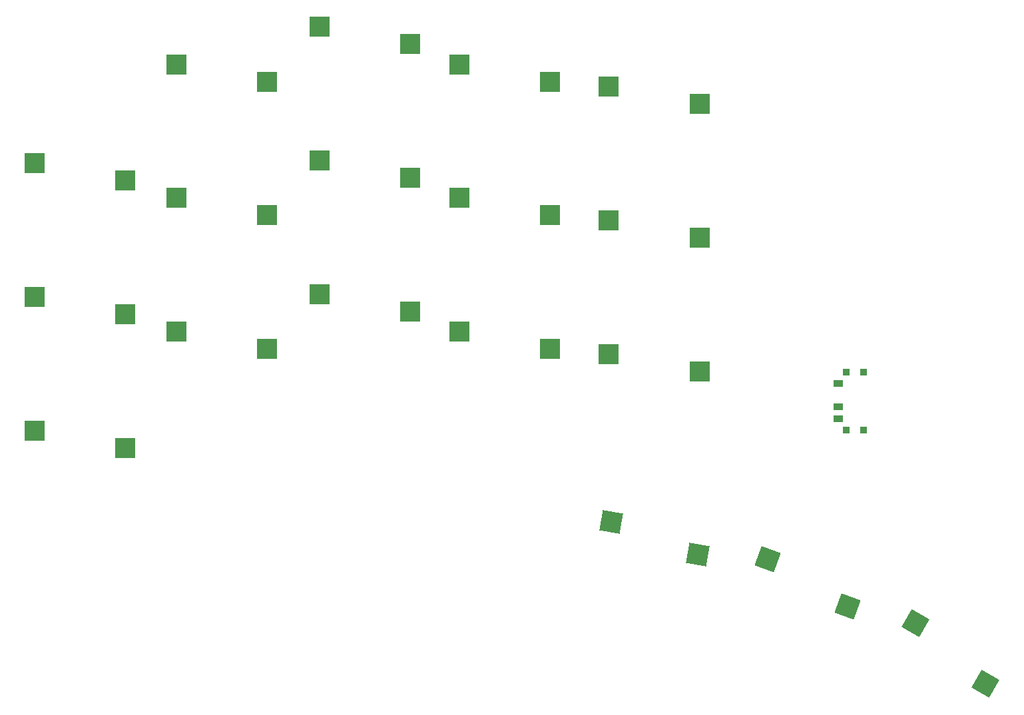
<source format=gbr>
%TF.GenerationSoftware,KiCad,Pcbnew,(6.0.7-1)-1*%
%TF.CreationDate,2022-10-05T14:36:59+03:00*%
%TF.ProjectId,board,626f6172-642e-46b6-9963-61645f706362,v1.0.0*%
%TF.SameCoordinates,Original*%
%TF.FileFunction,Paste,Bot*%
%TF.FilePolarity,Positive*%
%FSLAX46Y46*%
G04 Gerber Fmt 4.6, Leading zero omitted, Abs format (unit mm)*
G04 Created by KiCad (PCBNEW (6.0.7-1)-1) date 2022-10-05 14:36:59*
%MOMM*%
%LPD*%
G01*
G04 APERTURE LIST*
G04 Aperture macros list*
%AMRotRect*
0 Rectangle, with rotation*
0 The origin of the aperture is its center*
0 $1 length*
0 $2 width*
0 $3 Rotation angle, in degrees counterclockwise*
0 Add horizontal line*
21,1,$1,$2,0,0,$3*%
G04 Aperture macros list end*
%ADD10R,2.600000X2.600000*%
%ADD11RotRect,2.600000X2.600000X350.000000*%
%ADD12RotRect,2.600000X2.600000X340.000000*%
%ADD13RotRect,2.600000X2.600000X330.000000*%
%ADD14R,1.250000X0.900000*%
%ADD15R,0.900000X0.900000*%
G04 APERTURE END LIST*
D10*
%TO.C,S1*%
X64725000Y55950000D03*
X76275000Y53750000D03*
%TD*%
%TO.C,S3*%
X64725000Y72950000D03*
X76275000Y70750000D03*
%TD*%
%TO.C,S5*%
X64725000Y89950000D03*
X76275000Y87750000D03*
%TD*%
%TO.C,S7*%
X82725000Y68523000D03*
X94275000Y66323000D03*
%TD*%
%TO.C,S9*%
X82725000Y85523000D03*
X94275000Y83323000D03*
%TD*%
%TO.C,S11*%
X82725000Y102523000D03*
X94275000Y100323000D03*
%TD*%
%TO.C,S13*%
X100925000Y73285500D03*
X112475000Y71085500D03*
%TD*%
%TO.C,S15*%
X100925000Y90285500D03*
X112475000Y88085500D03*
%TD*%
%TO.C,S17*%
X100925000Y107285500D03*
X112475000Y105085500D03*
%TD*%
%TO.C,S19*%
X118725000Y68523000D03*
X130275000Y66323000D03*
%TD*%
%TO.C,S21*%
X118725000Y85523000D03*
X130275000Y83323000D03*
%TD*%
%TO.C,S23*%
X118725000Y102523000D03*
X130275000Y100323000D03*
%TD*%
%TO.C,S25*%
X137725000Y65665500D03*
X149275000Y63465500D03*
%TD*%
%TO.C,S27*%
X137725000Y82665500D03*
X149275000Y80465500D03*
%TD*%
%TO.C,S29*%
X137725000Y99665500D03*
X149275000Y97465500D03*
%TD*%
D11*
%TO.C,S31*%
X138073780Y44326169D03*
X149066284Y40153955D03*
%TD*%
D12*
%TO.C,S33*%
X157975011Y39584659D03*
X168076016Y33567003D03*
%TD*%
D13*
%TO.C,S35*%
X176750542Y31459370D03*
X185653135Y23779114D03*
%TD*%
D14*
%TO.C,T2*%
X166925000Y61965500D03*
X166925000Y58965500D03*
X166925000Y57465500D03*
D15*
X170100000Y56015500D03*
X167900000Y56015500D03*
X167900000Y63415500D03*
X170100000Y63415500D03*
%TD*%
M02*

</source>
